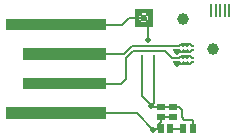
<source format=gbr>
G04 start of page 2 for group 0 idx 0 *
G04 Title: (unknown), top *
G04 Creator: pcb 4.2.0 *
G04 CreationDate: Tue Jun 16 07:47:16 2020 UTC *
G04 For: commonadmin *
G04 Format: Gerber/RS-274X *
G04 PCB-Dimensions (mil): 6000.00 5000.00 *
G04 PCB-Coordinate-Origin: lower left *
%MOIN*%
%FSLAX25Y25*%
%LNTOP*%
%ADD15C,0.0100*%
%ADD14C,0.0200*%
%ADD13C,0.0394*%
%ADD12C,0.0060*%
%ADD11C,0.0001*%
G54D11*G36*
X52000Y44500D02*Y38500D01*
X50265D01*
Y40788D01*
X50277Y40789D01*
X50323Y40799D01*
X50366Y40817D01*
X50407Y40841D01*
X50443Y40871D01*
X50474Y40907D01*
X50499Y40947D01*
X50517Y40991D01*
X50559Y41133D01*
X50586Y41278D01*
X50600Y41426D01*
Y41574D01*
X50586Y41722D01*
X50559Y41867D01*
X50518Y42010D01*
X50500Y42053D01*
X50475Y42094D01*
X50444Y42129D01*
X50408Y42160D01*
X50367Y42184D01*
X50323Y42202D01*
X50277Y42212D01*
X50265Y42213D01*
Y44500D01*
X52000D01*
G37*
G36*
X50265Y38500D02*X49001D01*
Y39900D01*
X49074D01*
X49222Y39914D01*
X49367Y39941D01*
X49510Y39982D01*
X49553Y40000D01*
X49594Y40025D01*
X49629Y40056D01*
X49660Y40092D01*
X49684Y40133D01*
X49702Y40177D01*
X49712Y40223D01*
X49716Y40271D01*
X49712Y40318D01*
X49700Y40364D01*
X49681Y40407D01*
X49656Y40447D01*
X49625Y40483D01*
X49589Y40514D01*
X49548Y40538D01*
X49504Y40556D01*
X49458Y40566D01*
X49411Y40570D01*
X49364Y40565D01*
X49318Y40553D01*
X49229Y40527D01*
X49138Y40510D01*
X49046Y40501D01*
X49001D01*
Y42499D01*
X49046D01*
X49138Y42490D01*
X49229Y42473D01*
X49318Y42448D01*
X49364Y42436D01*
X49411Y42432D01*
X49458Y42435D01*
X49504Y42445D01*
X49548Y42463D01*
X49588Y42487D01*
X49624Y42518D01*
X49655Y42553D01*
X49680Y42593D01*
X49699Y42637D01*
X49710Y42682D01*
X49715Y42730D01*
X49711Y42777D01*
X49701Y42823D01*
X49683Y42866D01*
X49659Y42907D01*
X49629Y42943D01*
X49593Y42974D01*
X49553Y42999D01*
X49509Y43017D01*
X49367Y43059D01*
X49222Y43086D01*
X49074Y43100D01*
X49001D01*
Y44500D01*
X50265D01*
Y42213D01*
X50229Y42216D01*
X50182Y42212D01*
X50136Y42200D01*
X50093Y42181D01*
X50053Y42156D01*
X50017Y42125D01*
X49986Y42089D01*
X49962Y42048D01*
X49944Y42004D01*
X49934Y41958D01*
X49930Y41911D01*
X49935Y41864D01*
X49947Y41818D01*
X49973Y41729D01*
X49990Y41638D01*
X49999Y41546D01*
Y41454D01*
X49990Y41362D01*
X49973Y41271D01*
X49948Y41182D01*
X49936Y41136D01*
X49932Y41089D01*
X49935Y41042D01*
X49945Y40996D01*
X49963Y40952D01*
X49987Y40912D01*
X50018Y40876D01*
X50053Y40845D01*
X50093Y40820D01*
X50137Y40801D01*
X50182Y40790D01*
X50229Y40785D01*
X50265Y40788D01*
Y38500D01*
G37*
G36*
X49001D02*X47735D01*
Y40787D01*
X47771Y40784D01*
X47818Y40788D01*
X47864Y40800D01*
X47907Y40819D01*
X47947Y40844D01*
X47983Y40875D01*
X48014Y40911D01*
X48038Y40952D01*
X48056Y40996D01*
X48066Y41042D01*
X48070Y41089D01*
X48065Y41136D01*
X48053Y41182D01*
X48027Y41271D01*
X48010Y41362D01*
X48001Y41454D01*
Y41546D01*
X48010Y41638D01*
X48027Y41729D01*
X48052Y41818D01*
X48064Y41864D01*
X48068Y41911D01*
X48065Y41958D01*
X48055Y42004D01*
X48037Y42048D01*
X48013Y42088D01*
X47982Y42124D01*
X47947Y42155D01*
X47907Y42180D01*
X47863Y42199D01*
X47818Y42210D01*
X47770Y42215D01*
X47735Y42212D01*
Y44500D01*
X49001D01*
Y43100D01*
X48926D01*
X48778Y43086D01*
X48633Y43059D01*
X48490Y43018D01*
X48447Y43000D01*
X48406Y42975D01*
X48371Y42944D01*
X48340Y42908D01*
X48316Y42867D01*
X48298Y42823D01*
X48288Y42777D01*
X48284Y42729D01*
X48288Y42682D01*
X48300Y42636D01*
X48319Y42593D01*
X48344Y42553D01*
X48375Y42517D01*
X48411Y42486D01*
X48452Y42462D01*
X48496Y42444D01*
X48542Y42434D01*
X48589Y42430D01*
X48636Y42435D01*
X48682Y42447D01*
X48771Y42473D01*
X48862Y42490D01*
X48954Y42499D01*
X49001D01*
Y40501D01*
X48954D01*
X48862Y40510D01*
X48771Y40527D01*
X48682Y40552D01*
X48636Y40564D01*
X48589Y40568D01*
X48542Y40565D01*
X48496Y40555D01*
X48452Y40537D01*
X48412Y40513D01*
X48376Y40482D01*
X48345Y40447D01*
X48320Y40407D01*
X48301Y40363D01*
X48290Y40318D01*
X48285Y40271D01*
X48289Y40223D01*
X48299Y40177D01*
X48317Y40134D01*
X48341Y40093D01*
X48371Y40057D01*
X48407Y40026D01*
X48447Y40001D01*
X48491Y39983D01*
X48633Y39941D01*
X48778Y39914D01*
X48926Y39900D01*
X49001D01*
Y38500D01*
G37*
G36*
X47735D02*X46000D01*
Y44500D01*
X47735D01*
Y42212D01*
X47723Y42211D01*
X47677Y42201D01*
X47634Y42183D01*
X47593Y42159D01*
X47557Y42129D01*
X47526Y42093D01*
X47501Y42053D01*
X47483Y42009D01*
X47441Y41867D01*
X47414Y41722D01*
X47400Y41574D01*
Y41426D01*
X47414Y41278D01*
X47441Y41133D01*
X47482Y40990D01*
X47500Y40947D01*
X47525Y40906D01*
X47556Y40871D01*
X47592Y40840D01*
X47633Y40816D01*
X47677Y40798D01*
X47723Y40788D01*
X47735Y40787D01*
Y38500D01*
G37*
G54D12*X60852Y11648D02*X61750Y10750D01*
X19750Y9672D02*X46642D01*
X60852Y11648D02*X51852D01*
X46642Y9672D02*X52156Y4158D01*
X51852Y11648D02*X51500Y12000D01*
X52500Y13000D01*
X51500Y12000D02*Y12500D01*
X48500Y15500D01*
X54750Y8500D02*Y6616D01*
X53808Y4500D02*Y5674D01*
X54750Y6616D01*
X52866Y4500D02*X54750D01*
X52156Y4158D02*X52524D01*
X52866Y4500D01*
X62176D02*X57898D01*
X58750Y8500D02*X54750D01*
X61750Y10750D02*Y8250D01*
X59950Y26800D02*Y26050D01*
X60000Y26000D01*
X61750Y8250D02*X62500Y7500D01*
X65000D01*
X65500Y7000D01*
Y4676D01*
X65324Y4500D01*
X52500Y13000D02*Y29000D01*
X48500Y15500D02*Y29000D01*
X19750Y39200D02*X41700D01*
X22703Y29357D02*X42357D01*
X45000Y32000D02*X42357Y29357D01*
X43000Y28000D02*Y21000D01*
X41515Y19515D01*
X22703D02*X41515D01*
X41700Y39200D02*X44000Y41500D01*
X50500Y34000D02*Y40000D01*
X49000Y41500D01*
X44000D02*X49000D01*
X77500Y46000D02*Y42000D01*
X76000D02*Y46000D01*
X74500D02*Y42000D01*
X73000D02*Y46000D01*
X71500D02*Y42000D01*
X60000Y28100D02*X58400D01*
X56000Y30500D01*
X60000Y32100D02*X58600D01*
X58500Y32000D01*
X59950Y30800D02*Y30050D01*
X60000Y30000D01*
X56000Y30500D02*X45500D01*
X43000Y28000D01*
X58500Y32000D02*X45000D01*
G54D13*X72250Y31000D03*
G54D12*X64500Y32700D02*X65100Y32100D01*
G54D11*G36*
X64800Y32400D02*Y31800D01*
X65900D01*
Y32400D01*
X64800D01*
G37*
G54D12*X64500Y28700D02*X65100Y28100D01*
G54D11*G36*
X64800Y28400D02*Y27800D01*
X65900D01*
Y28400D01*
X64800D01*
G37*
G36*
X55734Y5877D02*X53766D01*
Y3123D01*
X55734D01*
Y5877D01*
G37*
G36*
X58882D02*X56914D01*
Y3123D01*
X58882D01*
Y5877D01*
G37*
G36*
X63160D02*X61192D01*
Y3123D01*
X63160D01*
Y5877D01*
G37*
G36*
X53373Y9484D02*Y7516D01*
X56127D01*
Y9484D01*
X53373D01*
G37*
G36*
Y12632D02*Y10664D01*
X56127D01*
Y12632D01*
X53373D01*
G37*
G36*
X57373Y9484D02*Y7516D01*
X60127D01*
Y9484D01*
X57373D01*
G37*
G36*
Y12632D02*Y10664D01*
X60127D01*
Y12632D01*
X57373D01*
G37*
G36*
X66308Y5877D02*X64340D01*
Y3123D01*
X66308D01*
Y5877D01*
G37*
G36*
X3018Y11640D02*Y7704D01*
X36482D01*
Y11640D01*
X3018D01*
G37*
G54D13*X62250Y41000D03*
G54D11*G36*
X3018Y41168D02*Y37232D01*
X36482D01*
Y41168D01*
X3018D01*
G37*
G54D12*X61400Y30100D02*X64400D01*
X65100Y30800D01*
G54D11*G36*
X64800Y31100D02*Y30500D01*
X65900D01*
Y31100D01*
X64800D01*
G37*
G54D12*X63500Y30700D02*X64100Y30100D01*
X62900D02*X63500Y30700D01*
X60700Y30800D02*X61400Y30100D01*
G54D11*G36*
X58900Y31100D02*Y30500D01*
X61000D01*
Y31100D01*
X58900D01*
G37*
G54D12*X61700Y30100D02*X62300Y30700D01*
X62900Y30100D01*
X60800Y32100D02*X61400Y32700D01*
G54D11*G36*
X58900Y32400D02*Y31800D01*
X61100D01*
Y32400D01*
X58900D01*
G37*
G54D12*X61600Y32700D02*X62300Y32000D01*
X61400Y32700D02*X61600D01*
X61400D02*X64500D01*
X62300Y32000D02*X63000Y32700D01*
X62800D02*X63500Y32000D01*
X64200Y32700D01*
X61400Y26100D02*X64400D01*
X65100Y26800D01*
G54D11*G36*
X64800Y27100D02*Y26500D01*
X65900D01*
Y27100D01*
X64800D01*
G37*
G54D12*X63500Y26700D02*X64100Y26100D01*
X62900D02*X63500Y26700D01*
X60700Y26800D02*X61400Y26100D01*
G54D11*G36*
X58900Y27100D02*Y26500D01*
X61000D01*
Y27100D01*
X58900D01*
G37*
G54D12*X61700Y26100D02*X62300Y26700D01*
X62900Y26100D01*
X61400Y28700D02*X64500D01*
X60800Y28100D02*X61400Y28700D01*
X61600D01*
X62800D02*X63500Y28000D01*
X64200Y28700D01*
G54D11*G36*
X58900Y28400D02*Y27800D01*
X61100D01*
Y28400D01*
X58900D01*
G37*
G36*
X8924Y31326D02*Y27388D01*
X36482D01*
Y31326D01*
X8924D01*
G37*
G36*
Y21484D02*Y17546D01*
X36482D01*
Y21484D01*
X8924D01*
G37*
G54D12*X61600Y28700D02*X62300Y28000D01*
X63000Y28700D01*
G54D14*X52156Y4158D03*
X51500Y12000D03*
X60000Y30000D03*
Y26000D03*
X50500Y34000D03*
X49000Y41500D03*
G54D15*M02*

</source>
